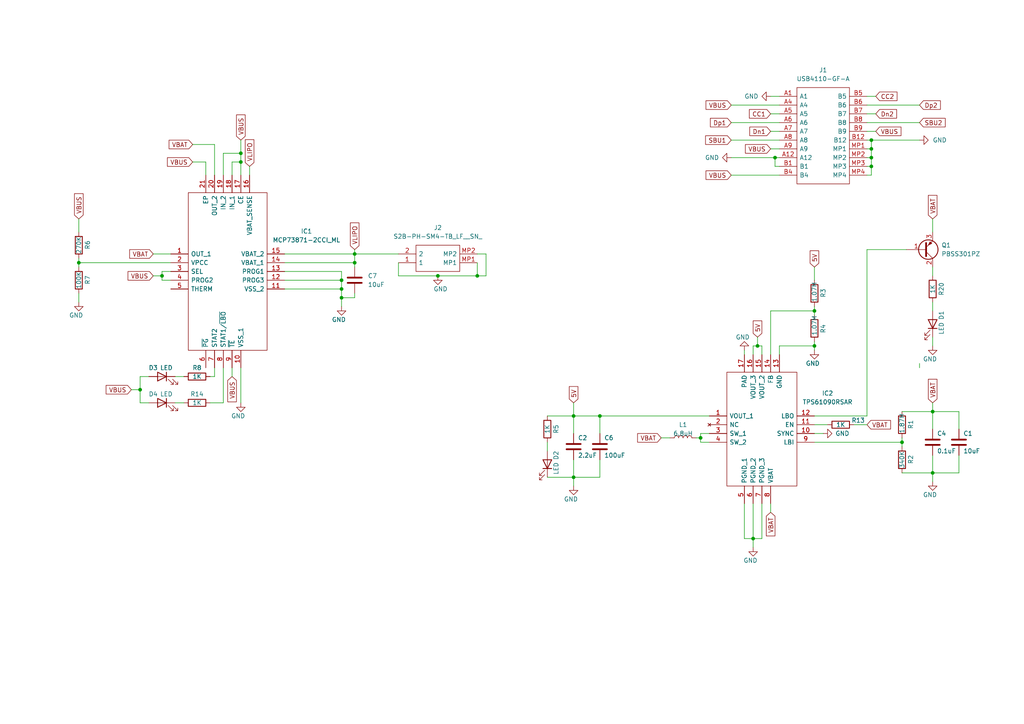
<source format=kicad_sch>
(kicad_sch (version 20211123) (generator eeschema)
  (paper "A4")
  (lib_symbols
    (symbol "Device:C" (pin_numbers hide) (pin_names (offset 0.254))
      (property "Reference" "C" (at 0.635 2.54 0))
      (property "Value" "C" (at 0.635 -2.54 0))
      (symbol "C_0_1"
        (polyline (pts (xy -2.032 -0.762) (xy 2.032 -0.762)) (stroke (width 0.508)))
        (polyline (pts (xy -2.032 0.762) (xy 2.032 0.762)) (stroke (width 0.508)))
      )
      (symbol "C_1_1"
        (pin passive line (at 0 3.81 270) (length 2.794) (name "~") (number "1"))
        (pin passive line (at 0 -3.81 90) (length 2.794) (name "~") (number "2"))
      )
    )
    (symbol "Device:L" (pin_numbers hide) (pin_names (offset 1.016) hide)
      (property "Reference" "L" (at -1.27 0 90))
      (property "Value" "L" (at 1.905 0 90))
      (symbol "L_0_1"
        (arc (start 0 -2.54) (mid 0.635 -1.905) (end 0 -1.27))
        (arc (start 0 -1.27) (mid 0.635 -0.635) (end 0 0))
        (arc (start 0 0) (mid 0.635 0.635) (end 0 1.27))
        (arc (start 0 1.27) (mid 0.635 1.905) (end 0 2.54))
      )
      (symbol "L_1_1"
        (pin passive line (at 0 3.81 270) (length 1.27) (name "1") (number "1"))
        (pin passive line (at 0 -3.81 90) (length 1.27) (name "2") (number "2"))
      )
    )
    (symbol "Device:LED" (pin_numbers hide) (pin_names (offset 1.016) hide)
      (property "Reference" "D" (at 0 2.54 0))
      (property "Value" "LED" (at 0 -2.54 0))
      (symbol "LED_0_1"
        (polyline (pts (xy -1.27 -1.27) (xy -1.27 1.27)) (stroke (width 0.254)))
        (polyline (pts (xy -1.27 0) (xy 1.27 0)))
        (polyline (pts (xy 1.27 -1.27) (xy 1.27 1.27) (xy -1.27 0) (xy 1.27 -1.27)) (stroke (width 0.254)))
        (polyline (pts (xy -3.048 -0.762) (xy -4.572 -2.286) (xy -3.81 -2.286) (xy -4.572 -2.286) (xy -4.572 -1.524)))
        (polyline (pts (xy -1.778 -0.762) (xy -3.302 -2.286) (xy -2.54 -2.286) (xy -3.302 -2.286) (xy -3.302 -1.524)))
      )
      (symbol "LED_1_1"
        (pin passive line (at -3.81 0 0) (length 2.54) (name "K") (number "1"))
        (pin passive line (at 3.81 0 180) (length 2.54) (name "A") (number "2"))
      )
    )
    (symbol "Device:R" (pin_numbers hide) (pin_names (offset 0))
      (property "Reference" "R" (at 2.032 0 90))
      (property "Value" "R" (at 0 0 90))
      (symbol "R_0_1"
        (rectangle (start -1.016 -2.54) (end 1.016 2.54) (stroke (width 0.254)))
      )
      (symbol "R_1_1"
        (pin passive line (at 0 3.81 270) (length 1.27) (name "~") (number "1"))
        (pin passive line (at 0 -3.81 90) (length 1.27) (name "~") (number "2"))
      )
    )
    (symbol "SamacSys_Parts:MCP73871-2CCI_ML" (pin_names (offset 0.762))
      (property "Reference" "IC" (at 29.21 22.86 0))
      (property "Value" "MCP73871-2CCI_ML" (at 29.21 20.32 0))
      (symbol "MCP73871-2CCI_ML_0_0"
        (pin passive line (at 0 0 0) (length 5.08) (name "OUT_1") (number "1"))
        (pin passive line (at 20.32 -33.02 90) (length 5.08) (name "VSS_1") (number "10"))
        (pin passive line (at 33.02 -10.16 180) (length 5.08) (name "VSS_2") (number "11"))
        (pin passive line (at 33.02 -7.62 180) (length 5.08) (name "PROG3") (number "12"))
        (pin passive line (at 33.02 -5.08 180) (length 5.08) (name "PROG1") (number "13"))
        (pin passive line (at 33.02 -2.54 180) (length 5.08) (name "VBAT_1") (number "14"))
        (pin passive line (at 33.02 0 180) (length 5.08) (name "VBAT_2") (number "15"))
        (pin passive line (at 22.86 22.86 270) (length 5.08) (name "VBAT_SENSE") (number "16"))
        (pin passive line (at 20.32 22.86 270) (length 5.08) (name "CE") (number "17"))
        (pin passive line (at 17.78 22.86 270) (length 5.08) (name "IN_1") (number "18"))
        (pin passive line (at 15.24 22.86 270) (length 5.08) (name "IN_2") (number "19"))
        (pin passive line (at 0 -2.54 0) (length 5.08) (name "VPCC") (number "2"))
        (pin passive line (at 12.7 22.86 270) (length 5.08) (name "OUT_2") (number "20"))
        (pin passive line (at 10.16 22.86 270) (length 5.08) (name "EP") (number "21"))
        (pin passive line (at 0 -5.08 0) (length 5.08) (name "SEL") (number "3"))
        (pin passive line (at 0 -7.62 0) (length 5.08) (name "PROG2") (number "4"))
        (pin passive line (at 0 -10.16 0) (length 5.08) (name "THERM") (number "5"))
        (pin passive line (at 10.16 -33.02 90) (length 5.08) (name "~{PG}") (number "6"))
        (pin passive line (at 12.7 -33.02 90) (length 5.08) (name "STAT2") (number "7"))
        (pin passive line (at 15.24 -33.02 90) (length 5.08) (name "STAT1/~{LBO}") (number "8"))
        (pin passive line (at 17.78 -33.02 90) (length 5.08) (name "~{TE}") (number "9"))
      )
      (symbol "MCP73871-2CCI_ML_0_1"
        (polyline (pts (xy 5.08 17.78) (xy 27.94 17.78) (xy 27.94 -27.94) (xy 5.08 -27.94) (xy 5.08 17.78)) (stroke (width 0.1524)))
      )
    )
    (symbol "SamacSys_Parts:S2B-PH-SM4-TB_LF__SN_" (pin_names (offset 0.762))
      (property "Reference" "J" (at 19.05 7.62 0))
      (property "Value" "S2B-PH-SM4-TB_LF__SN_" (at 19.05 5.08 0))
      (symbol "S2B-PH-SM4-TB_LF__SN__0_0"
        (pin passive line (at 0 -2.54 0) (length 5.08) (name "1") (number "1"))
        (pin passive line (at 0 0 0) (length 5.08) (name "2") (number "2"))
        (pin passive line (at 22.86 -2.54 180) (length 5.08) (name "MP1") (number "MP1"))
        (pin passive line (at 22.86 0 180) (length 5.08) (name "MP2") (number "MP2"))
      )
      (symbol "S2B-PH-SM4-TB_LF__SN__0_1"
        (polyline (pts (xy 5.08 2.54) (xy 17.78 2.54) (xy 17.78 -5.08) (xy 5.08 -5.08) (xy 5.08 2.54)) (stroke (width 0.1524)))
      )
    )
    (symbol "SamacSys_Parts:TPS61090RSAR" (pin_names (offset 0.762))
      (property "Reference" "IC" (at 26.67 17.78 0))
      (property "Value" "TPS61090RSAR" (at 26.67 15.24 0))
      (symbol "TPS61090RSAR_0_0"
        (pin passive line (at 0 0 0) (length 5.08) (name "VOUT_1") (number "1"))
        (pin passive line (at 30.48 -5.08 180) (length 5.08) (name "SYNC") (number "10"))
        (pin passive line (at 30.48 -2.54 180) (length 5.08) (name "EN") (number "11"))
        (pin passive line (at 30.48 0 180) (length 5.08) (name "LBO") (number "12"))
        (pin passive line (at 20.32 17.78 270) (length 5.08) (name "GND") (number "13"))
        (pin passive line (at 17.78 17.78 270) (length 5.08) (name "FB") (number "14"))
        (pin passive line (at 15.24 17.78 270) (length 5.08) (name "VOUT_2") (number "15"))
        (pin passive line (at 12.7 17.78 270) (length 5.08) (name "VOUT_3") (number "16"))
        (pin passive line (at 10.16 17.78 270) (length 5.08) (name "PAD") (number "17"))
        (pin no_connect line (at 0 -2.54 0) (length 5.08) (name "NC") (number "2"))
        (pin passive line (at 0 -5.08 0) (length 5.08) (name "SW_1") (number "3"))
        (pin passive line (at 0 -7.62 0) (length 5.08) (name "SW_2") (number "4"))
        (pin passive line (at 10.16 -25.4 90) (length 5.08) (name "PGND_1") (number "5"))
        (pin passive line (at 12.7 -25.4 90) (length 5.08) (name "PGND_2") (number "6"))
        (pin passive line (at 15.24 -25.4 90) (length 5.08) (name "PGND_3") (number "7"))
        (pin passive line (at 17.78 -25.4 90) (length 5.08) (name "VBAT") (number "8"))
        (pin passive line (at 30.48 -7.62 180) (length 5.08) (name "LBI") (number "9"))
      )
      (symbol "TPS61090RSAR_0_1"
        (polyline (pts (xy 5.08 12.7) (xy 25.4 12.7) (xy 25.4 -20.32) (xy 5.08 -20.32) (xy 5.08 12.7)) (stroke (width 0.1524)))
      )
    )
    (symbol "SamacSys_Parts:USB4110-GF-A" (pin_names (offset 0.762))
      (property "Reference" "J" (at 21.59 7.62 0))
      (property "Value" "USB4110-GF-A" (at 21.59 5.08 0))
      (symbol "USB4110-GF-A_0_0"
        (pin passive line (at 0 0 0) (length 5.08) (name "A1") (number "A1"))
        (pin passive line (at 0 -17.78 0) (length 5.08) (name "A12") (number "A12"))
        (pin passive line (at 0 -2.54 0) (length 5.08) (name "A4") (number "A4"))
        (pin passive line (at 0 -5.08 0) (length 5.08) (name "A5") (number "A5"))
        (pin passive line (at 0 -7.62 0) (length 5.08) (name "A6") (number "A6"))
        (pin passive line (at 0 -10.16 0) (length 5.08) (name "A7") (number "A7"))
        (pin passive line (at 0 -12.7 0) (length 5.08) (name "A8") (number "A8"))
        (pin passive line (at 0 -15.24 0) (length 5.08) (name "A9") (number "A9"))
        (pin passive line (at 0 -20.32 0) (length 5.08) (name "B1") (number "B1"))
        (pin passive line (at 25.4 -12.7 180) (length 5.08) (name "B12") (number "B12"))
        (pin passive line (at 0 -22.86 0) (length 5.08) (name "B4") (number "B4"))
        (pin passive line (at 25.4 0 180) (length 5.08) (name "B5") (number "B5"))
        (pin passive line (at 25.4 -2.54 180) (length 5.08) (name "B6") (number "B6"))
        (pin passive line (at 25.4 -5.08 180) (length 5.08) (name "B7") (number "B7"))
        (pin passive line (at 25.4 -7.62 180) (length 5.08) (name "B8") (number "B8"))
        (pin passive line (at 25.4 -10.16 180) (length 5.08) (name "B9") (number "B9"))
        (pin passive line (at 25.4 -15.24 180) (length 5.08) (name "MP1") (number "MP1"))
        (pin passive line (at 25.4 -17.78 180) (length 5.08) (name "MP2") (number "MP2"))
        (pin passive line (at 25.4 -20.32 180) (length 5.08) (name "MP3") (number "MP3"))
        (pin passive line (at 25.4 -22.86 180) (length 5.08) (name "MP4") (number "MP4"))
      )
      (symbol "USB4110-GF-A_0_1"
        (polyline (pts (xy 5.08 2.54) (xy 20.32 2.54) (xy 20.32 -25.4) (xy 5.08 -25.4) (xy 5.08 2.54)) (stroke (width 0.1524)))
      )
    )
    (symbol "Transistor_BJT:PBSS301PZ" (pin_names (offset 0) hide)
      (property "Reference" "Q" (at 5.08 1.905 0))
      (property "Value" "PBSS301PZ" (at 5.08 0 0))
      (symbol "PBSS301PZ_0_1"
        (polyline (pts (xy 0.635 0.635) (xy 2.54 2.54)))
        (polyline (pts (xy 0.635 -0.635) (xy 2.54 -2.54) (xy 2.54 -2.54)))
        (polyline (pts (xy 0.635 1.905) (xy 0.635 -1.905) (xy 0.635 -1.905)) (stroke (width 0.508)))
        (polyline (pts (xy 2.286 -1.778) (xy 1.778 -2.286) (xy 1.27 -1.27) (xy 2.286 -1.778) (xy 2.286 -1.778)) (fill (type outline)))
        (circle (center 1.27 0) (radius 2.8194) (stroke (width 0.254)))
      )
      (symbol "PBSS301PZ_1_1"
        (pin input line (at -5.08 0 0) (length 5.715) (name "B") (number "1"))
        (pin passive line (at 2.54 5.08 270) (length 2.54) (name "C") (number "2"))
        (pin passive line (at 2.54 -5.08 90) (length 2.54) (name "E") (number "3"))
        (pin passive line (at 2.54 5.08 270) (length 2.54) hide (name "C") (number "4"))
      )
    )
    (symbol "power:GND" (power) (pin_names (offset 0))
      (property "Value" "GND" (at 0 -3.81 0))
      (symbol "GND_0_1"
        (polyline (pts (xy 0 0) (xy 0 -1.27) (xy 1.27 -1.27) (xy 0 -2.54) (xy -1.27 -1.27) (xy 0 -1.27)))
      )
      (symbol "GND_1_1"
        (pin power_in line (at 0 0 270) (length 0) hide (name "GND") (number "1"))
      )
    )
  )
  (junction (at 236.22 90.17))
  (junction (at 261.62 128.27))
  (junction (at 69.85 46.99))
  (junction (at 102.87 73.66))
  (junction (at 99.06 83.82))
  (junction (at 166.37 120.65))
  (junction (at 252.73 40.64))
  (junction (at 102.87 76.2))
  (junction (at 166.37 138.43))
  (junction (at 173.99 120.65))
  (junction (at 99.06 86.36))
  (junction (at 99.06 81.28))
  (junction (at 252.73 43.18))
  (junction (at 252.73 45.72))
  (junction (at 203.2 127))
  (junction (at 127 80.01))
  (junction (at 138.43 80.01))
  (junction (at 270.51 119.38))
  (junction (at 69.85 44.45))
  (junction (at 218.44 156.21))
  (junction (at 252.73 48.26))
  (junction (at 46.99 80.01))
  (junction (at 224.79 45.72))
  (junction (at 22.86 76.2))
  (junction (at 219.71 100.33))
  (junction (at 236.22 100.33))
  (junction (at 40.64 113.03))
  (junction (at 270.51 137.16))
  (wire (pts (xy 220.98 146.05) (xy 220.98 156.21)))
  (wire (pts (xy 236.22 88.9) (xy 236.22 90.17)))
  (wire (pts (xy 40.64 116.84) (xy 43.18 116.84)))
  (wire (pts (xy 219.71 97.79) (xy 219.71 100.33)))
  (wire (pts (xy 236.22 125.73) (xy 238.76 125.73)))
  (wire (pts (xy 251.46 50.8) (xy 252.73 50.8)))
  (wire (pts (xy 212.09 50.8) (xy 226.06 50.8)))
  (wire (pts (xy 219.71 100.33) (xy 218.44 100.33)))
  (wire (pts (xy 173.99 120.65) (xy 173.99 125.73)))
  (wire (pts (xy 212.09 45.72) (xy 224.79 45.72)))
  (wire (pts (xy 99.06 86.36) (xy 99.06 88.9)))
  (wire (pts (xy 40.64 113.03) (xy 40.64 116.84)))
  (wire (pts (xy 251.46 72.39) (xy 251.46 120.65)))
  (wire (pts (xy 40.64 109.22) (xy 40.64 113.03)))
  (wire (pts (xy 22.86 63.5) (xy 22.86 67.31)))
  (wire (pts (xy 72.39 48.26) (xy 72.39 50.8)))
  (wire (pts (xy 223.52 43.18) (xy 226.06 43.18)))
  (wire (pts (xy 69.85 44.45) (xy 69.85 46.99)))
  (wire (pts (xy 270.51 119.38) (xy 270.51 124.46)))
  (wire (pts (xy 22.86 85.09) (xy 22.86 87.63)))
  (wire (pts (xy 102.87 73.66) (xy 115.57 73.66)))
  (wire (pts (xy 60.96 109.22) (xy 62.23 109.22)))
  (wire (pts (xy 55.88 41.91) (xy 62.23 41.91)))
  (wire (pts (xy 223.52 38.1) (xy 226.06 38.1)))
  (wire (pts (xy 82.55 83.82) (xy 99.06 83.82)))
  (wire (pts (xy 44.45 73.66) (xy 49.53 73.66)))
  (wire (pts (xy 140.97 80.01) (xy 138.43 80.01)))
  (wire (pts (xy 270.51 132.08) (xy 270.51 137.16)))
  (wire (pts (xy 67.31 50.8) (xy 67.31 46.99)))
  (wire (pts (xy 50.8 109.22) (xy 53.34 109.22)))
  (wire (pts (xy 46.99 78.74) (xy 46.99 80.01)))
  (wire (pts (xy 252.73 40.64) (xy 266.7 40.64)))
  (wire (pts (xy 224.79 45.72) (xy 224.79 48.26)))
  (wire (pts (xy 64.77 50.8) (xy 64.77 44.45)))
  (wire (pts (xy 215.9 156.21) (xy 218.44 156.21)))
  (wire (pts (xy 215.9 102.87) (xy 215.9 101.6)))
  (wire (pts (xy 99.06 83.82) (xy 99.06 86.36)))
  (wire (pts (xy 158.75 120.65) (xy 166.37 120.65)))
  (wire (pts (xy 69.85 40.64) (xy 69.85 44.45)))
  (wire (pts (xy 270.51 137.16) (xy 261.62 137.16)))
  (wire (pts (xy 218.44 156.21) (xy 220.98 156.21)))
  (wire (pts (xy 102.87 76.2) (xy 102.87 77.47)))
  (wire (pts (xy 82.55 78.74) (xy 99.06 78.74)))
  (wire (pts (xy 212.09 30.48) (xy 226.06 30.48)))
  (wire (pts (xy 212.09 40.64) (xy 226.06 40.64)))
  (wire (pts (xy 223.52 146.05) (xy 223.52 148.59)))
  (wire (pts (xy 138.43 76.2) (xy 138.43 80.01)))
  (wire (pts (xy 252.73 43.18) (xy 252.73 45.72)))
  (wire (pts (xy 270.51 116.84) (xy 270.51 119.38)))
  (wire (pts (xy 251.46 45.72) (xy 252.73 45.72)))
  (wire (pts (xy 82.55 76.2) (xy 102.87 76.2)))
  (wire (pts (xy 278.13 132.08) (xy 278.13 137.16)))
  (wire (pts (xy 224.79 45.72) (xy 226.06 45.72)))
  (wire (pts (xy 226.06 48.26) (xy 224.79 48.26)))
  (wire (pts (xy 64.77 44.45) (xy 69.85 44.45)))
  (wire (pts (xy 247.65 123.19) (xy 251.46 123.19)))
  (wire (pts (xy 223.52 33.02) (xy 226.06 33.02)))
  (wire (pts (xy 166.37 120.65) (xy 173.99 120.65)))
  (wire (pts (xy 215.9 146.05) (xy 215.9 156.21)))
  (wire (pts (xy 50.8 116.84) (xy 53.34 116.84)))
  (wire (pts (xy 270.51 63.5) (xy 270.51 67.31)))
  (wire (pts (xy 69.85 46.99) (xy 69.85 50.8)))
  (wire (pts (xy 251.46 38.1) (xy 254 38.1)))
  (wire (pts (xy 191.77 127) (xy 194.31 127)))
  (wire (pts (xy 218.44 146.05) (xy 218.44 156.21)))
  (wire (pts (xy 266.7 105.41) (xy 266.7 106.68)))
  (wire (pts (xy 69.85 106.68) (xy 69.85 116.84)))
  (wire (pts (xy 203.2 125.73) (xy 203.2 127)))
  (wire (pts (xy 62.23 109.22) (xy 62.23 106.68)))
  (wire (pts (xy 166.37 116.84) (xy 166.37 120.65)))
  (wire (pts (xy 236.22 90.17) (xy 223.52 90.17)))
  (wire (pts (xy 138.43 73.66) (xy 140.97 73.66)))
  (wire (pts (xy 82.55 81.28) (xy 99.06 81.28)))
  (wire (pts (xy 138.43 80.01) (xy 127 80.01)))
  (wire (pts (xy 251.46 43.18) (xy 252.73 43.18)))
  (wire (pts (xy 67.31 46.99) (xy 69.85 46.99)))
  (wire (pts (xy 236.22 123.19) (xy 240.03 123.19)))
  (wire (pts (xy 203.2 127) (xy 203.2 128.27)))
  (wire (pts (xy 236.22 77.47) (xy 236.22 81.28)))
  (wire (pts (xy 166.37 138.43) (xy 166.37 140.97)))
  (wire (pts (xy 59.69 50.8) (xy 59.69 46.99)))
  (wire (pts (xy 62.23 50.8) (xy 62.23 41.91)))
  (wire (pts (xy 226.06 100.33) (xy 236.22 100.33)))
  (wire (pts (xy 22.86 76.2) (xy 49.53 76.2)))
  (wire (pts (xy 43.18 109.22) (xy 40.64 109.22)))
  (wire (pts (xy 251.46 30.48) (xy 266.7 30.48)))
  (wire (pts (xy 270.51 97.79) (xy 270.51 100.33)))
  (wire (pts (xy 252.73 48.26) (xy 252.73 50.8)))
  (wire (pts (xy 140.97 73.66) (xy 140.97 80.01)))
  (wire (pts (xy 205.74 125.73) (xy 203.2 125.73)))
  (wire (pts (xy 251.46 48.26) (xy 252.73 48.26)))
  (wire (pts (xy 201.93 127) (xy 203.2 127)))
  (wire (pts (xy 236.22 99.06) (xy 236.22 100.33)))
  (wire (pts (xy 205.74 128.27) (xy 203.2 128.27)))
  (wire (pts (xy 252.73 40.64) (xy 252.73 43.18)))
  (wire (pts (xy 261.62 128.27) (xy 261.62 129.54)))
  (wire (pts (xy 173.99 133.35) (xy 173.99 138.43)))
  (wire (pts (xy 278.13 119.38) (xy 278.13 124.46)))
  (wire (pts (xy 22.86 76.2) (xy 22.86 77.47)))
  (wire (pts (xy 127 80.01) (xy 115.57 80.01)))
  (wire (pts (xy 166.37 138.43) (xy 173.99 138.43)))
  (wire (pts (xy 278.13 137.16) (xy 270.51 137.16)))
  (wire (pts (xy 67.31 106.68) (xy 67.31 109.22)))
  (wire (pts (xy 223.52 90.17) (xy 223.52 102.87)))
  (wire (pts (xy 220.98 102.87) (xy 220.98 100.33)))
  (wire (pts (xy 212.09 35.56) (xy 226.06 35.56)))
  (wire (pts (xy 99.06 81.28) (xy 99.06 83.82)))
  (wire (pts (xy 236.22 120.65) (xy 251.46 120.65)))
  (wire (pts (xy 173.99 120.65) (xy 205.74 120.65)))
  (wire (pts (xy 22.86 74.93) (xy 22.86 76.2)))
  (wire (pts (xy 166.37 133.35) (xy 166.37 138.43)))
  (wire (pts (xy 115.57 76.2) (xy 115.57 80.01)))
  (wire (pts (xy 251.46 40.64) (xy 252.73 40.64)))
  (wire (pts (xy 261.62 127) (xy 261.62 128.27)))
  (wire (pts (xy 270.51 77.47) (xy 270.51 80.01)))
  (wire (pts (xy 251.46 72.39) (xy 262.89 72.39)))
  (wire (pts (xy 251.46 27.94) (xy 254 27.94)))
  (wire (pts (xy 102.87 72.39) (xy 102.87 73.66)))
  (wire (pts (xy 226.06 102.87) (xy 226.06 100.33)))
  (wire (pts (xy 158.75 138.43) (xy 166.37 138.43)))
  (wire (pts (xy 49.53 81.28) (xy 46.99 81.28)))
  (wire (pts (xy 49.53 78.74) (xy 46.99 78.74)))
  (wire (pts (xy 218.44 156.21) (xy 218.44 158.75)))
  (wire (pts (xy 236.22 90.17) (xy 236.22 91.44)))
  (wire (pts (xy 251.46 35.56) (xy 266.7 35.56)))
  (wire (pts (xy 82.55 73.66) (xy 102.87 73.66)))
  (wire (pts (xy 220.98 100.33) (xy 219.71 100.33)))
  (wire (pts (xy 261.62 119.38) (xy 270.51 119.38)))
  (wire (pts (xy 270.51 87.63) (xy 270.51 90.17)))
  (wire (pts (xy 46.99 81.28) (xy 46.99 80.01)))
  (wire (pts (xy 99.06 86.36) (xy 102.87 86.36)))
  (wire (pts (xy 166.37 120.65) (xy 166.37 125.73)))
  (wire (pts (xy 236.22 100.33) (xy 236.22 101.6)))
  (wire (pts (xy 60.96 116.84) (xy 64.77 116.84)))
  (wire (pts (xy 38.1 113.03) (xy 40.64 113.03)))
  (wire (pts (xy 270.51 137.16) (xy 270.51 139.7)))
  (wire (pts (xy 46.99 80.01) (xy 44.45 80.01)))
  (wire (pts (xy 251.46 33.02) (xy 254 33.02)))
  (wire (pts (xy 102.87 76.2) (xy 102.87 73.66)))
  (wire (pts (xy 223.52 27.94) (xy 226.06 27.94)))
  (wire (pts (xy 64.77 116.84) (xy 64.77 106.68)))
  (wire (pts (xy 102.87 85.09) (xy 102.87 86.36)))
  (wire (pts (xy 236.22 128.27) (xy 261.62 128.27)))
  (wire (pts (xy 270.51 119.38) (xy 278.13 119.38)))
  (wire (pts (xy 99.06 78.74) (xy 99.06 81.28)))
  (wire (pts (xy 252.73 45.72) (xy 252.73 48.26)))
  (wire (pts (xy 158.75 128.27) (xy 158.75 130.81)))
  (wire (pts (xy 59.69 46.99) (xy 55.88 46.99)))
  (wire (pts (xy 218.44 100.33) (xy 218.44 102.87)))
  (global_label "VBUS" (shape input) (at 38.1 113.03 180) (property "Intersheet References" "${INTERSHEET_REFS}" (effects hide)))
  (global_label "VLIPO" (shape input) (at 102.87 72.39 90) (property "Intersheet References" "${INTERSHEET_REFS}" (effects hide)))
  (global_label "VLIPO" (shape input) (at 72.39 48.26 90) (property "Intersheet References" "${INTERSHEET_REFS}" (effects hide)))
  (global_label "CC1" (shape input) (at 223.52 33.02 180) (property "Intersheet References" "${INTERSHEET_REFS}" (effects hide)))
  (global_label "5V" (shape input) (at 166.37 116.84 90) (property "Intersheet References" "${INTERSHEET_REFS}" (effects hide)))
  (global_label "5V" (shape input) (at 236.22 77.47 90) (property "Intersheet References" "${INTERSHEET_REFS}" (effects hide)))
  (global_label "Dp1" (shape input) (at 212.09 35.56 180) (property "Intersheet References" "${INTERSHEET_REFS}" (effects hide)))
  (global_label "VBUS" (shape input) (at 55.88 46.99 180) (property "Intersheet References" "${INTERSHEET_REFS}" (effects hide)))
  (global_label "SBU2" (shape input) (at 266.7 35.56 0) (property "Intersheet References" "${INTERSHEET_REFS}" (effects hide)))
  (global_label "VBUS" (shape input) (at 22.86 63.5 90) (property "Intersheet References" "${INTERSHEET_REFS}" (effects hide)))
  (global_label "Dn2" (shape input) (at 254 33.02 0) (property "Intersheet References" "${INTERSHEET_REFS}" (effects hide)))
  (global_label "SBU1" (shape input) (at 212.09 40.64 180) (property "Intersheet References" "${INTERSHEET_REFS}" (effects hide)))
  (global_label "Dp2" (shape input) (at 266.7 30.48 0) (property "Intersheet References" "${INTERSHEET_REFS}" (effects hide)))
  (global_label "VBAT" (shape input) (at 270.51 116.84 90) (property "Intersheet References" "${INTERSHEET_REFS}" (effects hide)))
  (global_label "VBUS" (shape input) (at 44.45 80.01 180) (property "Intersheet References" "${INTERSHEET_REFS}" (effects hide)))
  (global_label "VBUS" (shape input) (at 69.85 40.64 90) (property "Intersheet References" "${INTERSHEET_REFS}" (effects hide)))
  (global_label "VBUS" (shape input) (at 254 38.1 0) (property "Intersheet References" "${INTERSHEET_REFS}" (effects hide)))
  (global_label "VBAT" (shape input) (at 55.88 41.91 180) (property "Intersheet References" "${INTERSHEET_REFS}" (effects hide)))
  (global_label "VBAT" (shape input) (at 270.51 63.5 90) (property "Intersheet References" "${INTERSHEET_REFS}" (effects hide)))
  (global_label "5V" (shape input) (at 219.71 97.79 90) (property "Intersheet References" "${INTERSHEET_REFS}" (effects hide)))
  (global_label "VBAT" (shape input) (at 223.52 148.59 270) (property "Intersheet References" "${INTERSHEET_REFS}" (effects hide)))
  (global_label "VBUS" (shape input) (at 212.09 50.8 180) (property "Intersheet References" "${INTERSHEET_REFS}" (effects hide)))
  (global_label "VBAT" (shape input) (at 44.45 73.66 180) (property "Intersheet References" "${INTERSHEET_REFS}" (effects hide)))
  (global_label "VBUS" (shape input) (at 223.52 43.18 180) (property "Intersheet References" "${INTERSHEET_REFS}" (effects hide)))
  (global_label "CC2" (shape input) (at 254 27.94 0) (property "Intersheet References" "${INTERSHEET_REFS}" (effects hide)))
  (global_label "VBUS" (shape input) (at 67.31 109.22 270) (property "Intersheet References" "${INTERSHEET_REFS}" (effects hide)))
  (global_label "VBAT" (shape input) (at 251.46 123.19 0) (property "Intersheet References" "${INTERSHEET_REFS}" (effects hide)))
  (global_label "Dn1" (shape input) (at 223.52 38.1 180) (property "Intersheet References" "${INTERSHEET_REFS}" (effects hide)))
  (global_label "VBAT" (shape input) (at 191.77 127 180) (property "Intersheet References" "${INTERSHEET_REFS}" (effects hide)))
  (global_label "VBUS" (shape input) (at 212.09 30.48 180) (property "Intersheet References" "${INTERSHEET_REFS}" (effects hide)))
  (symbol (lib_id "power:GND") (at 215.9 101.6 0) (mirror x) (unit 1)
    (property "Reference" "#PWR?" (effects hide))
    (property "Value" "GND" (at 213.36 97.79 0) (effects (justify left)))
  )
  (symbol (lib_id "power:GND") (at 266.7 40.64 90) (unit 1)
    (property "Reference" "#PWR?" (effects hide))
    (property "Value" "GND" (at 270.51 40.6399 90) (effects (justify right)))
  )
  (symbol (lib_id "Device:R") (at 243.84 123.19 90) (unit 1)
    (property "Reference" "R13" (at 248.92 121.92 90))
    (property "Value" "1K" (at 243.84 123.19 90))
  )
  (symbol (lib_id "Device:LED") (at 46.99 109.22 0) (mirror y) (unit 1)
    (property "Reference" "D3" (at 44.45 106.68 0))
    (property "Value" "LED" (at 48.26 106.68 0))
  )
  (symbol (lib_id "power:GND") (at 238.76 125.73 90) (unit 1)
    (property "Reference" "#PWR?" (effects hide))
    (property "Value" "GND" (at 246.38 125.73 90) (effects (justify left)))
  )
  (symbol (lib_id "Device:R") (at 158.75 124.46 0) (unit 1)
    (property "Reference" "R5" (at 161.29 124.46 90))
    (property "Value" "1K" (at 158.75 124.46 90))
  )
  (symbol (lib_id "Device:L") (at 198.12 127 90) (unit 1)
    (property "Reference" "L1" (at 198.12 123.19 90))
    (property "Value" "6.8uH" (at 198.12 125.73 90))
  )
  (symbol (lib_id "Device:R") (at 57.15 116.84 90) (unit 1)
    (property "Reference" "R14" (at 57.15 114.3 90))
    (property "Value" "1K" (at 57.15 116.84 90))
  )
  (symbol (lib_id "Device:LED") (at 46.99 116.84 0) (mirror y) (unit 1)
    (property "Reference" "D4" (at 44.45 114.3 0))
    (property "Value" "LED" (at 48.26 114.3 0))
  )
  (symbol (lib_id "Device:R") (at 270.51 83.82 0) (unit 1)
    (property "Reference" "R20" (at 273.05 83.82 90))
    (property "Value" "1K" (at 270.51 83.82 90))
  )
  (symbol (lib_id "power:GND") (at 99.06 88.9 0) (mirror y) (unit 1)
    (property "Reference" "#PWR?" (effects hide))
    (property "Value" "GND" (at 100.33 92.71 0) (effects (justify left)))
  )
  (symbol (lib_id "Device:C") (at 173.99 129.54 0) (unit 1)
    (property "Reference" "C6" (at 175.26 127 0) (effects (justify left)))
    (property "Value" "100uF" (at 175.26 132.08 0) (effects (justify left)))
  )
  (symbol (lib_id "Device:LED") (at 158.75 134.62 270) (mirror x) (unit 1)
    (property "Reference" "D2" (at 161.29 132.08 0))
    (property "Value" "LED" (at 161.29 135.89 0))
  )
  (symbol (lib_id "Device:C") (at 102.87 81.28 0) (unit 1)
    (property "Reference" "C7" (at 106.68 80.0099 0) (effects (justify left)))
    (property "Value" "10uF" (at 106.68 82.5499 0) (effects (justify left)))
  )
  (symbol (lib_id "power:GND") (at 166.37 140.97 0) (mirror y) (unit 1)
    (property "Reference" "#PWR?" (effects hide))
    (property "Value" "GND" (at 167.64 144.78 0) (effects (justify left)))
  )
  (symbol (lib_id "SamacSys_Parts:MCP73871-2CCI_ML") (at 49.53 73.66 0) (unit 1)
    (property "Reference" "IC1" (at 88.9 67.0812 0))
    (property "Value" "MCP73871-2CCI_ML" (at 88.9 69.6212 0))
    (property "Footprint" "QFN50P400X400X100-21N-D" (effects hide))
    (property "Datasheet" "https://datasheet.datasheetarchive.com/originals/distributors/Datasheets-DGA15/728881.pdf" (effects hide))
    (property "Description" "Li-Ion Charger USB/DC 4.2V TE LBO QFN20" (effects hide))
    (property "Height" "1" (effects hide))
    (property "Mouser Part Number" "579-MCP73871-2CCI/ML" (effects hide))
    (property "Mouser Price/Stock" "https://www.mouser.co.uk/ProductDetail/Microchip-Technology/MCP73871-2CCI-ML?qs=qXsUupcbpXyQfJ2clznZxw%3D%3D" (effects hide))
    (property "Manufacturer_Name" "Microchip" (effects hide))
    (property "Manufacturer_Part_Number" "MCP73871-2CCI/ML" (effects hide))
  )
  (symbol (lib_id "SamacSys_Parts:TPS61090RSAR") (at 205.74 120.65 0) (unit 1)
    (property "Reference" "IC2" (at 240.03 114.0712 0))
    (property "Value" "TPS61090RSAR" (at 240.03 116.6112 0))
    (property "Footprint" "QFN65P400X400X100-17N" (effects hide))
    (property "Datasheet" "http://www.ti.com/general/docs/lit/getliterature.tsp?genericPartNumber=tps61090&fileType=pdf" (effects hide))
    (property "Description" "Conv DC-DC Single-OUT Step Up Texas Instruments TPS61090RSAR, Boost Converter, Step Up 0.5A Adjustable, 1.8  5.5 V, 600 kHz, 16-Pin QFN" (effects hide))
    (property "Height" "1" (effects hide))
    (property "Mouser Part Number" "595-TPS61090RSAR" (effects hide))
    (property "Mouser Price/Stock" "https://www.mouser.co.uk/ProductDetail/Texas-Instruments/TPS61090RSAR?qs=Gse6rAGbi7%2FbGTQiY2PrFA%3D%3D" (effects hide))
    (property "Manufacturer_Name" "Texas Instruments" (effects hide))
    (property "Manufacturer_Part_Number" "TPS61090RSAR" (effects hide))
  )
  (symbol (lib_id "power:GND") (at 223.52 27.94 270) (unit 1)
    (property "Reference" "#PWR?" (effects hide))
    (property "Value" "GND" (at 215.9 27.94 90) (effects (justify left)))
  )
  (symbol (lib_id "power:GND") (at 236.22 101.6 0) (unit 1)
    (property "Reference" "#PWR?" (effects hide))
    (property "Value" "GND" (at 233.68 105.41 0) (effects (justify left)))
  )
  (symbol (lib_id "SamacSys_Parts:USB4110-GF-A") (at 226.06 27.94 0) (unit 1)
    (property "Reference" "J1" (at 238.76 20.32 0))
    (property "Value" "USB4110-GF-A" (at 238.76 22.86 0))
    (property "Footprint" "USB4110GFA" (effects hide))
    (property "Datasheet" "https://gct.co/files/drawings/usb4110.pdf" (effects hide))
    (property "Description" "CONN USB 2.0 TYPE-C R/A SMT" (effects hide))
    (property "Height" "3.26" (effects hide))
    (property "Mouser Part Number" "640-USB4110-GF-A" (effects hide))
    (property "Mouser Price/Stock" "https://www.mouser.co.uk/ProductDetail/GCT/USB4110-GF-A?qs=KUoIvG%2F9IlYiZvIXQjyJeA%3D%3D" (effects hide))
    (property "Manufacturer_Name" "GCT (GLOBAL CONNECTOR TECHNOLOGY)" (effects hide))
    (property "Manufacturer_Part_Number" "USB4110-GF-A" (effects hide))
  )
  (symbol (lib_id "Device:R") (at 57.15 109.22 90) (unit 1)
    (property "Reference" "R8" (at 57.15 106.68 90))
    (property "Value" "1K" (at 57.15 109.22 90))
  )
  (symbol (lib_id "Device:R") (at 236.22 95.25 180) (unit 1)
    (property "Reference" "R4" (at 238.76 93.98 90) (effects (justify left)))
    (property "Value" "1.07M" (at 236.22 91.44 90) (effects (justify left)))
  )
  (symbol (lib_id "Transistor_BJT:PBSS301PZ") (at 267.97 72.39 0) (mirror x) (unit 1)
    (property "Reference" "Q1" (at 273.05 71.1199 0) (effects (justify left)))
    (property "Value" "PBSS301PZ" (at 273.05 73.6599 0) (effects (justify left)))
    (property "Footprint" "Package_TO_SOT_SMD:SOT-223-3_TabPin2" (effects hide))
    (property "Datasheet" "https://assets.nexperia.com/documents/data-sheet/PBSS301PZ.pdf" (effects hide))
  )
  (symbol (lib_id "Device:R") (at 22.86 81.28 0) (unit 1)
    (property "Reference" "R7" (at 25.4 82.55 90) (effects (justify left)))
    (property "Value" "100K" (at 22.86 83.82 90) (effects (justify left)))
  )
  (symbol (lib_id "power:GND") (at 270.51 100.33 0) (mirror y) (unit 1)
    (property "Reference" "#PWR?" (effects hide))
    (property "Value" "GND" (at 271.78 104.14 0) (effects (justify left)))
  )
  (symbol (lib_id "SamacSys_Parts:S2B-PH-SM4-TB_LF__SN_") (at 115.57 73.66 0) (unit 1)
    (property "Reference" "J2" (at 127 66.04 0))
    (property "Value" "S2B-PH-SM4-TB_LF__SN_" (at 127 68.58 0))
    (property "Footprint" "S2BPHSM4TBLFSN" (effects hide))
    (property "Datasheet" "https://www.jst-mfg.com/product/pdf/eng/ePH.pdf" (effects hide))
    (property "Description" "Conn Shrouded Header (4 Sides) HDR 2 POS 2mm Solder RA Side Entry SMD T/R" (effects hide))
    (property "Height" "6.6" (effects hide))
    (property "Manufacturer_Name" "JST (JAPAN SOLDERLESS TERMINALS)" (effects hide))
    (property "Manufacturer_Part_Number" "S2B-PH-SM4-TB(LF)(SN)" (effects hide))
    (property "Arrow Part Number" "S2B-PH-SM4-TB(LF)(SN)" (effects hide))
    (property "Arrow Price/Stock" "https://www.arrow.com/en/products/s2b-ph-sm4-tb-lf-sn/jst-manufacturing?region=europe" (effects hide))
  )
  (symbol (lib_id "power:GND") (at 69.85 116.84 0) (mirror y) (unit 1)
    (property "Reference" "#PWR?" (effects hide))
    (property "Value" "GND" (at 71.12 120.65 0) (effects (justify left)))
  )
  (symbol (lib_id "Device:LED") (at 270.51 93.98 270) (mirror x) (unit 1)
    (property "Reference" "D1" (at 273.05 91.44 0))
    (property "Value" "LED" (at 273.05 95.25 0))
  )
  (symbol (lib_id "power:GND") (at 212.09 45.72 270) (unit 1)
    (property "Reference" "#PWR?" (effects hide))
    (property "Value" "GND" (at 204.47 45.72 90) (effects (justify left)))
  )
  (symbol (lib_id "power:GND") (at 270.51 139.7 0) (mirror y) (unit 1)
    (property "Reference" "#PWR?" (effects hide))
    (property "Value" "GND" (at 271.78 143.51 0) (effects (justify left)))
  )
  (symbol (lib_id "power:GND") (at 127 80.01 0) (unit 1)
    (property "Reference" "#PWR?" (effects hide))
    (property "Value" "GND" (at 125.73 83.82 0) (effects (justify left)))
  )
  (symbol (lib_id "Device:R") (at 261.62 123.19 0) (unit 1)
    (property "Reference" "R1" (at 264.16 124.46 90) (effects (justify left)))
    (property "Value" "1.87M" (at 261.62 125.73 90) (effects (justify left)))
  )
  (symbol (lib_id "Device:R") (at 236.22 85.09 0) (unit 1)
    (property "Reference" "R3" (at 238.76 86.36 90) (effects (justify left)))
    (property "Value" "1.07M" (at 236.22 87.63 90) (effects (justify left)))
  )
  (symbol (lib_id "Device:C") (at 270.51 128.27 0) (unit 1)
    (property "Reference" "C4" (at 271.78 125.73 0) (effects (justify left)))
    (property "Value" "0.1uF" (at 271.78 130.81 0) (effects (justify left)))
  )
  (symbol (lib_id "Device:C") (at 278.13 128.27 0) (unit 1)
    (property "Reference" "C1" (at 279.4 125.73 0) (effects (justify left)))
    (property "Value" "10uF" (at 279.4 130.81 0) (effects (justify left)))
  )
  (symbol (lib_id "Device:C") (at 166.37 129.54 0) (unit 1)
    (property "Reference" "C2" (at 167.64 127 0) (effects (justify left)))
    (property "Value" "2.2uF" (at 167.64 132.08 0) (effects (justify left)))
  )
  (symbol (lib_id "power:GND") (at 22.86 87.63 0) (mirror y) (unit 1)
    (property "Reference" "#PWR?" (effects hide))
    (property "Value" "GND" (at 24.13 91.44 0) (effects (justify left)))
  )
  (symbol (lib_id "Device:R") (at 261.62 133.35 0) (unit 1)
    (property "Reference" "R2" (at 264.16 134.62 90) (effects (justify left)))
    (property "Value" "340K" (at 261.62 135.89 90) (effects (justify left)))
  )
  (symbol (lib_id "Device:R") (at 22.86 71.12 0) (unit 1)
    (property "Reference" "R6" (at 25.4 72.39 90) (effects (justify left)))
    (property "Value" "270K" (at 22.86 73.66 90) (effects (justify left)))
  )
  (symbol (lib_id "power:GND") (at 218.44 158.75 0) (mirror y) (unit 1)
    (property "Reference" "#PWR?" (effects hide))
    (property "Value" "GND" (at 219.71 162.56 0) (effects (justify left)))
  )
)
</source>
